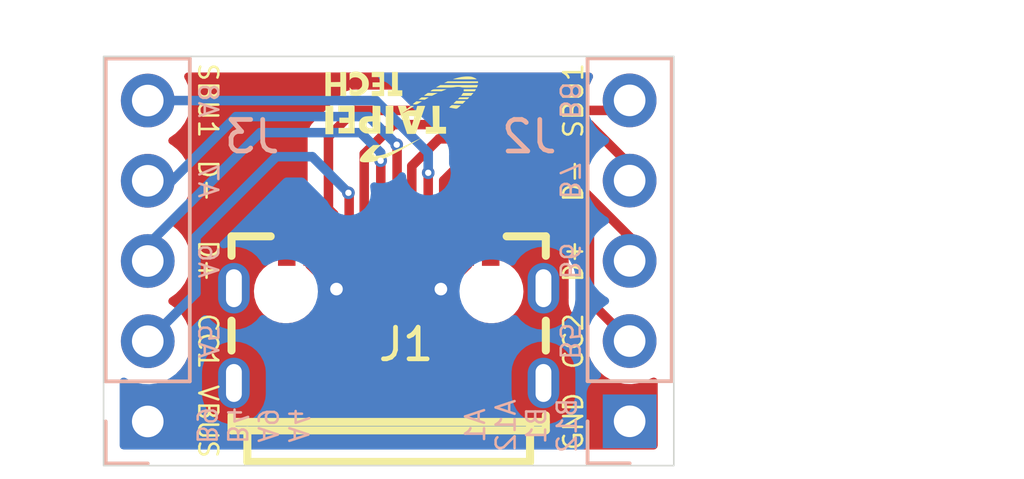
<source format=kicad_pcb>
(kicad_pcb (version 20211014) (generator pcbnew)
  (layers (0 "F.Cu" signal) (31 "B.Cu" signal) (34 "B.Paste" user) (35 "F.Paste" user) (36 "B.SilkS" user "B.Silkscreen") (37 "F.SilkS" user "F.Silkscreen") (38 "B.Mask" user) (39 "F.Mask" user) (44 "Edge.Cuts" user))
  (net 0 "")
  (net 1 "Net-(J1-PadA1)")
  (net 2 "Net-(J1-PadA4)")
  (net 3 "Net-(J1-PadA5)")
  (net 4 "Net-(J1-PadA6)")
  (net 5 "Net-(J1-PadA7)")
  (net 6 "Net-(J1-PadA8)")
  (net 7 "Net-(J1-PadB5)")
  (net 8 "Net-(J1-PadB6)")
  (net 9 "Net-(J1-PadB7)")
  (net 10 "Net-(J1-PadB8)")
  (footprint "type-c:NTUT" (layer "F.Cu") (at 142.621 104.648 180)
    (fp_text reference "G***" hide)
    (fp_text value "LOGO" hide)
    (fp_poly (pts (xy -1.426282 0.918121) (xy -1.366667 0.918549) (xy -1.1125 0.920833) (xy -1.182341 0.960416) (xy -1.252181 1) (xy -2.441389 1) (xy -2.425844 0.960416) (xy -2.410299 0.920833) (xy -2.179568 0.918617) (xy -2.107781 0.918085) (xy -2.050617 0.918076) (xy -2.006039 0.918668) (xy -1.972008 0.919941) (xy -1.946486 0.921973) (xy -1.927437 0.924845) (xy -1.912822 0.928635) (xy -1.911627 0.929033) (xy -1.862517 0.939091) (xy -1.800208 0.940656) (xy -1.725844 0.933729) (xy -1.695219 0.928966) (xy -1.668019 0.925042) (xy -1.636689 0.922058) (xy -1.59904 0.919943) (xy -1.552882 0.918628) (xy -1.496026 0.918044)) (layer "F.SilkS") (width 0) (fill solid))
    (fp_poly (pts (xy -0.666667 -0.6625) (xy -0.670834 -0.658334) (xy -0.675 -0.6625) (xy -0.670834 -0.666667)) (layer "F.SilkS") (width 0) (fill solid))
    (fp_poly (pts (xy 1.817434 0.65181) (xy 1.909869 0.654166) (xy 1.908756 0.797916) (xy 1.907644 0.941666) (xy 2.208333 0.941666) (xy 2.208333 0.65) (xy 2.383333 0.65) (xy 2.383333 1.029166) (xy 2.383301 1.118657) (xy 2.383168 1.1929) (xy 2.38288 1.253313) (xy 2.382382 1.301316) (xy 2.381621 1.338328) (xy 2.380541 1.365766) (xy 2.379088 1.38505) (xy 2.377207 1.397599) (xy 2.374845 1.404831) (xy 2.371946 1.408164) (xy 2.36875 1.409008) (xy 2.353971 1.409458) (xy 2.327477 1.410062) (xy 2.294218 1.41071) (xy 2.283333 1.410902) (xy 2.2125 1.412121) (xy 2.207972 1.091283) (xy 1.9125 1.095833) (xy 1.9125 1.404166) (xy 1.891666 1.40943) (xy 1.872547 1.412317) (xy 1.844454 1.414329) (xy 1.812004 1.415418) (xy 1.77981 1.415535) (xy 1.752486 1.414632) (xy 1.734646 1.412661) (xy 1.730555 1.411111) (xy 1.729413 1.401886) (xy 1.72835 1.377683) (xy 1.727391 1.340192) (xy 1.72656 1.291101) (xy 1.725881 1.2321) (xy 1.725379 1.164877) (xy 1.725079 1.091122) (xy 1.725 1.027504) (xy 1.725 0.649454)) (layer "F.SilkS") (width 0) (fill solid))
    (fp_poly (pts (xy -1.814584 0.409295) (xy -1.76702 0.410002) (xy -1.725808 0.410836) (xy -1.693595 0.411726) (xy -1.673029 0.412599) (xy -1.666667 0.413308) (xy -1.672206 0.419692) (xy -1.686819 0.43452) (xy -1.707503 0.454755) (xy -1.710417 0.457562) (xy -1.754167 0.49964) (xy -1.903882 0.49982) (xy -2.053598 0.5) (xy -2.008049 0.453728) (xy -1.9625 0.407457)) (layer "F.SilkS") (width 0) (fill solid))
    (fp_poly (pts (xy 0.408333 0.833333) (xy 0.275 0.833333) (xy 0.275 1.416666) (xy 0.091666 1.416666) (xy 0.091666 0.833333) (xy -0.05 0.833333) (xy -0.05 0.65) (xy 0.408333 0.65)) (layer "F.SilkS") (width 0) (fill solid))
    (fp_poly (pts (xy -1.734332 0.25003) (xy -1.701878 0.254836) (xy -1.657422 0.263244) (xy -1.65 0.26466) (xy -1.608837 0.272634) (xy -1.57392 0.279672) (xy -1.54833 0.285132) (xy -1.535148 0.288372) (xy -1.534084 0.288806) (xy -1.537969 0.29531) (xy -1.551438 0.30972) (xy -1.571574 0.328917) (xy -1.571584 0.328926) (xy -1.584769 0.341259) (xy -1.595437 0.350629) (xy -1.605966 0.357342) (xy -1.618737 0.361702) (xy -1.636128 0.364017) (xy -1.660519 0.364591) (xy -1.694287 0.363731) (xy -1.739813 0.361742) (xy -1.799475 0.35893) (xy -1.803585 0.35874) (xy -1.903004 0.354166) (xy -1.853585 0.311714) (xy -1.822419 0.284933) (xy -1.798826 0.266279) (xy -1.778891 0.254847) (xy -1.758697 0.249732)) (layer "F.SilkS") (width 0) (fill solid))
    (fp_poly (pts (xy 1.966666 -0.358334) (xy 1.65 -0.358334) (xy 1.65 -0.2) (xy 1.941666 -0.2) (xy 1.941666 -0.033334) (xy 1.65 -0.033334) (xy 1.65 0.15) (xy 1.975 0.15) (xy 1.975 0.341666) (xy 1.458333 0.341666) (xy 1.458333 -0.533334) (xy 1.966666 -0.533334)) (layer "F.SilkS") (width 0) (fill solid))
    (fp_poly (pts (xy -0.816388 0.658772) (xy -0.779813 0.659985) (xy -0.75293 0.661813) (xy -0.738458 0.664096) (xy -0.736795 0.665525) (xy -0.745372 0.673267) (xy -0.764261 0.687516) (xy -0.789866 0.705592) (xy -0.798315 0.711358) (xy -0.855389 0.75) (xy -1.013112 0.749414) (xy -1.170834 0.748828) (xy -1.079175 0.703581) (xy -0.987516 0.658333) (xy -0.859933 0.658333)) (layer "F.SilkS") (width 0) (fill solid))
    (fp_poly (pts (xy 1.466264 0.654748) (xy 1.499543 0.656372) (xy 1.52517 0.659895) (xy 1.547643 0.66591) (xy 1.56875 0.673884) (xy 1.616666 0.693602) (xy 1.616666 0.927346) (xy 1.583948 0.890176) (xy 1.554699 0.862745) (xy 1.522058 0.845193) (xy 1.481818 0.835944) (xy 1.432366 0.833414) (xy 1.38453 0.837436) (xy 1.342747 0.850565) (xy 1.3375 0.85294) (xy 1.303387 0.873561) (xy 1.271005 0.901219) (xy 1.244645 0.931576) (xy 1.228598 0.960293) (xy 1.227294 0.964373) (xy 1.22221 0.995103) (xy 1.2208 1.033069) (xy 1.222772 1.072308) (xy 1.22783 1.106857) (xy 1.235471 1.130365) (xy 1.26961 1.177109) (xy 1.314763 1.212589) (xy 1.36846 1.235341) (xy 1.42661 1.243865) (xy 1.487439 1.239628) (xy 1.538026 1.22432) (xy 1.5771 1.198424) (xy 1.592236 1.181223) (xy 1.616666 1.147499) (xy 1.616666 1.365531) (xy 1.592217 1.382941) (xy 1.546413 1.406878) (xy 1.490122 1.422483) (xy 1.42771 1.428981) (xy 1.363544 1.425598) (xy 1.357075 1.424668) (xy 1.279202 1.404816) (xy 1.206458 1.37079) (xy 1.141256 1.324374) (xy 1.086006 1.267357) (xy 1.043122 1.201522) (xy 1.035993 1.186917) (xy 1.017942 1.132043) (xy 1.008946 1.068885) (xy 1.009248 1.003309) (xy 1.019091 0.941176) (xy 1.02499 0.920861) (xy 1.055684 0.854191) (xy 1.100621 0.79312) (xy 1.157768 0.739681) (xy 1.225086 0.695907) (xy 1.272165 0.674062) (xy 1.296608 0.66535) (xy 1.320654 0.659634) (xy 1.348874 0.656309) (xy 1.385845 0.654772) (xy 1.420833 0.654432)) (layer "F.SilkS") (width 0) (fill solid))
    (fp_poly (pts (xy -1.940047 0.704166) (xy -1.97023 0.75) (xy -2.302906 0.75) (xy -2.286016 0.73125) (xy -2.269293 0.712426) (xy -2.249531 0.689849) (xy -2.245686 0.685416) (xy -2.222246 0.658333) (xy -1.909863 0.658333)) (layer "F.SilkS") (width 0) (fill solid))
    (fp_poly (pts (xy -1.108334 0.800235) (xy -1.04945 0.800313) (xy -1.0054 0.800572) (xy -0.974352 0.801198) (xy -0.954472 0.802379) (xy -0.943928 0.804301) (xy -0.940888 0.807152) (xy -0.943519 0.811119) (xy -0.949988 0.816389) (xy -0.95 0.816399) (xy -0.969757 0.831278) (xy -0.987328 0.842885) (xy -1.005083 0.851622) (xy -1.025396 0.857889) (xy -1.050636 0.862088) (xy -1.083174 0.86462) (xy -1.125383 0.865886) (xy -1.179632 0.866287) (xy -1.244538 0.866232) (xy -1.454167 0.865798) (xy -1.370834 0.832949) (xy -1.2875 0.8001)) (layer "F.SilkS") (width 0) (fill solid))
    (fp_poly (pts (xy -0.660991 0.535152) (xy -0.563824 0.5375) (xy -0.609765 0.572916) (xy -0.655707 0.608333) (xy -0.76952 0.608333) (xy -0.810899 0.608098) (xy -0.845556 0.607454) (xy -0.870471 0.606491) (xy -0.882626 0.6053) (xy -0.883334 0.604919) (xy -0.876552 0.599657) (xy -0.858453 0.588544) (xy -0.832402 0.573613) (xy -0.820746 0.567156) (xy -0.758158 0.532805)) (layer "F.SilkS") (width 0) (fill solid))
    (fp_poly (pts (xy 0.916666 0.808333) (xy 0.666666 0.808333) (xy 0.666666 0.933333) (xy 0.891666 0.933333) (xy 0.891666 1.083333) (xy 0.666666 1.083333) (xy 0.666666 1.25) (xy 0.916666 1.25) (xy 0.916666 1.416666) (xy 0.525 1.416666) (xy 0.525 0.65) (xy 0.916666 0.65)) (layer "F.SilkS") (width 0) (fill solid))
    (fp_poly (pts (xy -0.791667 -0.325) (xy -1.019027 -0.325) (xy -1.012914 0.008333) (xy -1.006802 0.341666) (xy -1.225 0.341666) (xy -1.225 -0.325) (xy -1.433334 -0.325) (xy -1.433334 -0.541667) (xy -0.791667 -0.541667)) (layer "F.SilkS") (width 0) (fill solid))
    (fp_poly (pts (xy -1.944233 1.179291) (xy -1.87279 1.179649) (xy -1.80868 1.180215) (xy -1.753496 1.180962) (xy -1.708831 1.181866) (xy -1.676281 1.1829) (xy -1.657439 1.184039) (xy -1.653405 1.185078) (xy -1.67017 1.191864) (xy -1.6995 1.201229) (xy -1.737681 1.21219) (xy -1.780998 1.223761) (xy -1.825736 1.23496) (xy -1.868179 1.2448) (xy -1.904612 1.252299) (xy -1.9125 1.25372) (xy -1.980252 1.263223) (xy -2.050251 1.269111) (xy -2.117936 1.271242) (xy -2.178744 1.269478) (xy -2.228112 1.263677) (xy -2.229316 1.263449) (xy -2.262619 1.254974) (xy -2.298608 1.242461) (xy -2.333775 1.227576) (xy -2.36461 1.211986) (xy -2.387602 1.197357) (xy -2.399242 1.185356) (xy -2.399997 1.182414) (xy -2.391938 1.181748) (xy -2.368869 1.181128) (xy -2.332443 1.180568) (xy -2.284316 1.180083) (xy -2.226145 1.179686) (xy -2.159582 1.179391) (xy -2.086285 1.179214) (xy -2.021412 1.179166)) (layer "F.SilkS") (width 0) (fill solid))
    (fp_poly (pts (xy -0.054861 -0.110416) (xy -0.027582 -0.028464) (xy -0.001952 0.048752) (xy 0.021553 0.119783) (xy 0.042458 0.183184) (xy 0.060286 0.237507) (xy 0.074564 0.281306) (xy 0.084816 0.313135) (xy 0.090567 0.331546) (xy 0.091666 0.335634) (xy 0.083814 0.337729) (xy 0.062164 0.339238) (xy 0.029582 0.340065) (xy -0.011072 0.340116) (xy -0.034732 0.3398) (xy -0.161131 0.3375) (xy -0.177209 0.289235) (xy -0.186571 0.262992) (xy -0.193566 0.250077) (xy -0.200354 0.247778) (xy -0.207053 0.251735) (xy -0.220179 0.262228) (xy -0.241665 0.279632) (xy -0.266989 0.300283) (xy -0.268366 0.301409) (xy -0.293656 0.321475) (xy -0.312256 0.33302) (xy -0.330195 0.338297) (xy -0.3535 0.33956) (xy -0.369949 0.339375) (xy -0.396816 0.338079) (xy -0.414931 0.335597) (xy -0.420341 0.332535) (xy -0.412091 0.326171) (xy -0.392472 0.313381) (xy -0.364532 0.296098) (xy -0.335432 0.278678) (xy -0.301343 0.258241) (xy -0.271569 0.239804) (xy -0.249686 0.225618) (xy -0.240109 0.218709) (xy -0.224354 0.211569) (xy -0.215109 0.213019) (xy -0.208723 0.215171) (xy -0.210305 0.212559) (xy -0.206141 0.205873) (xy -0.190127 0.193) (xy -0.16494 0.175915) (xy -0.139472 0.160242) (xy -0.098203 0.135422) (xy -0.071119 0.118276) (xy -0.058241 0.108956) (xy -0.05959 0.107611) (xy -0.075189 0.114394) (xy -0.105059 0.129454) (xy -0.1375 0.146627) (xy -0.229167 0.195833) (xy -0.357683 0.2) (xy -0.486199 0.204166) (xy -0.503516 0.270833) (xy -0.520834 0.3375) (xy -0.648894 0.339805) (xy -0.697649 0.340545) (xy -0.732043 0.340579) (xy -0.754376 0.339686) (xy -0.766946 0.33765) (xy -0.772052 0.33425) (xy -0.771993 0.329268) (xy -0.771591 0.328133) (xy -0.767959 0.317765) (xy -0.759499 0.293121) (xy -0.746725 0.25571) (xy -0.73015 0.207043) (xy -0.710289 0.148632) (xy -0.692357 0.095833) (xy -0.041667 0.095833) (xy -0.0375 0.1) (xy -0.033334 0.095833) (xy -0.0375 0.091666) (xy -0.041667 0.095833) (xy -0.692357 0.095833) (xy -0.687654 0.081985) (xy -0.66276 0.008615) (xy -0.662584 0.008097) (xy -0.433334 0.008097) (xy -0.4257 0.011149) (xy -0.405583 0.013685) (xy -0.377165 0.015595) (xy -0.344623 0.01677) (xy -0.312139 0.017101) (xy -0.283891 0.01648) (xy -0.26406 0.014797) (xy -0.257134 0.012689) (xy -0.258143 0.003987) (xy -0.263043 -0.01766) (xy -0.270991 -0.049219) (xy -0.281145 -0.087654) (xy -0.292663 -0.129931) (xy -0.304701 -0.173014) (xy -0.316419 -0.21387) (xy -0.326972 -0.249463) (xy -0.335519 -0.27676) (xy -0.341217 -0.292724) (xy -0.342678 -0.295456) (xy -0.345985 -0.289129) (xy -0.352906 -0.269698) (xy -0.362561 -0.24011) (xy -0.374071 -0.20331) (xy -0.386556 -0.162245) (xy -0.399136 -0.119861) (xy -0.410932 -0.079102) (xy -0.421062 -0.042917) (xy -0.428649 -0.01425) (xy -0.432811 0.003953) (xy -0.433334 0.008097) (xy -0.662584 0.008097) (xy -0.636121 -0.069969) (xy -0.623404 -0.107506) (xy -0.596103 -0.187868) (xy -0.570219 -0.263597) (xy -0.546274 -0.333199) (xy -0.524789 -0.395177) (xy -0.506287 -0.448036) (xy -0.49129 -0.490281) (xy -0.480319 -0.520416) (xy -0.473897 -0.536947) (xy -0.472604 -0.539584) (xy -0.463778 -0.543914) (xy -0.443897 -0.546994) (xy -0.411382 -0.548942) (xy -0.364653 -0.549876) (xy -0.333008 -0.55) (xy -0.201389 -0.550001)) (layer "F.SilkS") (width 0) (fill solid))
    (fp_poly (pts (xy 0.475 0.341666) (xy 0.233333 0.341666) (xy 0.233333 -0.541667) (xy 0.475 -0.541667)) (layer "F.SilkS") (width 0) (fill solid))
    (fp_poly (pts (xy -0.439171 0.385137) (xy -0.40992 0.386968) (xy -0.389101 0.389821) (xy -0.380441 0.393144) (xy -0.380515 0.393847) (xy -0.388644 0.401605) (xy -0.406703 0.416485) (xy -0.43124 0.435671) (xy -0.43912 0.441672) (xy -0.493707 0.482996) (xy -0.582271 0.482597) (xy -0.670834 0.482198) (xy -0.6375 0.461596) (xy -0.591077 0.433199) (xy -0.555575 0.412626) (xy -0.5279 0.398682) (xy -0.504956 0.390176) (xy -0.483649 0.385913) (xy -0.460884 0.3847)) (layer "F.SilkS") (width 0) (fill solid))
    (fp_poly (pts (xy -1.929816 1.060257) (xy -1.903688 1.060354) (xy -1.370834 1.0625) (xy -1.482968 1.116666) (xy -2.43986 1.116666) (xy -2.445392 1.094627) (xy -2.447113 1.075885) (xy -2.443733 1.065399) (xy -2.434358 1.064181) (xy -2.409737 1.063093) (xy -2.37129 1.06215) (xy -2.320438 1.061364) (xy -2.258602 1.060749) (xy -2.187201 1.060317) (xy -2.107656 1.060082) (xy -2.021388 1.060058)) (layer "F.SilkS") (width 0) (fill solid))
    (fp_poly (pts (xy 2.383333 0.341666) (xy 2.133333 0.341666) (xy 2.133333 -0.558334) (xy 2.383333 -0.558334)) (layer "F.SilkS") (width 0) (fill solid))
    (fp_poly (pts (xy -1.860932 0.60764) (xy -2.013809 0.61007) (xy -2.062203 0.610585) (xy -2.10429 0.610549) (xy -2.137467 0.610003) (xy -2.159128 0.60899) (xy -2.166677 0.607588) (xy -2.161044 0.599567) (xy -2.146769 0.584817) (xy -2.137723 0.576338) (xy -2.108778 0.55) (xy -1.805064 0.55)) (layer "F.SilkS") (width 0) (fill solid))
    (fp_poly (pts (xy -1.991667 0.866666) (xy -2.38357 0.866666) (xy -2.339452 0.8) (xy -1.991667 0.8)) (layer "F.SilkS") (width 0) (fill solid))
    (fp_poly (pts (xy 1.19385 -1.445207) (xy 1.238742 -1.436634) (xy 1.269721 -1.422306) (xy 1.28749 -1.40183) (xy 1.292756 -1.374811) (xy 1.286222 -1.340855) (xy 1.279691 -1.323376) (xy 1.26004 -1.287245) (xy 1.228556 -1.243155) (xy 1.186901 -1.192921) (xy 1.136738 -1.138362) (xy 1.07973 -1.081296) (xy 1.017541 -1.023541) (xy 0.959315 -0.973145) (xy 0.872798 -0.900794) (xy 0.744939 -0.898314) (xy 0.696468 -0.897501) (xy 0.662548 -0.897382) (xy 0.641074 -0.898156) (xy 0.629938 -0.900019) (xy 0.627033 -0.903168) (xy 0.630253 -0.9078) (xy 0.631457 -0.908932) (xy 0.64362 -0.919805) (xy 0.664924 -0.938651) (xy 0.691966 -0.962466) (xy 0.711668 -0.979766) (xy 0.745234 -1.011077) (xy 0.779171 -1.045854) (xy 0.808017 -1.078389) (xy 0.817726 -1.090573) (xy 0.847401 -1.135246) (xy 0.862531 -1.171877) (xy 0.863093 -1.200606) (xy 0.849062 -1.22157) (xy 0.820414 -1.23491) (xy 0.792039 -1.239748) (xy 0.736755 -1.239675) (xy 0.667947 -1.230186) (xy 0.585794 -1.211349) (xy 0.490478 -1.18323) (xy 0.382181 -1.145897) (xy 0.261084 -1.099415) (xy 0.127368 -1.043852) (xy -0.018786 -0.979274) (xy -0.177197 -0.905748) (xy -0.347682 -0.823342) (xy -0.375 -0.809865) (xy -0.447133 -0.77419) (xy -0.505701 -0.745236) (xy -0.552084 -0.722338) (xy -0.587658 -0.70483) (xy -0.613799 -0.692047) (xy -0.631887 -0.683323) (xy -0.643297 -0.677993) (xy -0.649406 -0.675392) (xy -0.651593 -0.674855) (xy -0.651234 -0.675715) (xy -0.65 -0.677002) (xy -0.641549 -0.682669) (xy -0.620569 -0.695702) (xy -0.588891 -0.715008) (xy -0.548346 -0.739495) (xy -0.500767 -0.768072) (xy -0.447985 -0.799646) (xy -0.391831 -0.833124) (xy -0.334138 -0.867414) (xy -0.276736 -0.901425) (xy -0.221458 -0.934064) (xy -0.170135 -0.964238) (xy -0.124598 -0.990856) (xy -0.091667 -1.009951) (xy 0.047261 -1.088846) (xy 0.174329 -1.15823) (xy 0.290968 -1.218646) (xy 0.39861 -1.270638) (xy 0.498688 -1.314748) (xy 0.592634 -1.35152) (xy 0.681878 -1.381498) (xy 0.767854 -1.405223) (xy 0.851994 -1.423241) (xy 0.935728 -1.436093) (xy 1.02049 -1.444323) (xy 1.059507 -1.446671) (xy 1.13434 -1.448422)) (layer "F.SilkS") (width 0) (fill solid))
    (fp_poly (pts (xy 0.875 -0.537213) (xy 0.943082 -0.537074) (xy 0.996754 -0.536741) (xy 1.038274 -0.536052) (xy 1.0699 -0.534843) (xy 1.093887 -0.532952) (xy 1.112494 -0.530216) (xy 1.127978 -0.526473) (xy 1.142596 -0.521561) (xy 1.154105 -0.517107) (xy 1.20222 -0.491507) (xy 1.248607 -0.452713) (xy 1.250687 -0.450646) (xy 1.284437 -0.412198) (xy 1.306914 -0.373742) (xy 1.31965 -0.330924) (xy 1.32418 -0.279384) (xy 1.323631 -0.243319) (xy 1.317133 -0.183354) (xy 1.301919 -0.134359) (xy 1.27613 -0.09211) (xy 1.240476 -0.05468) (xy 1.21029 -0.030924) (xy 1.177854 -0.01321) (xy 1.139973 -0.000609) (xy 1.09345 0.007807) (xy 1.03509 0.012965) (xy 1.002083 0.014551) (xy 0.891666 0.01884) (xy 0.891666 0.341666) (xy 0.770571 0.341666) (xy 0.719175 0.341236) (xy 0.682702 0.33985) (xy 0.659428 0.337365) (xy 0.647628 0.333636) (xy 0.645487 0.33125) (xy 0.644757 0.321117) (xy 0.644152 0.295924) (xy 0.643679 0.257275) (xy 0.643346 0.206775) (xy 0.643159 0.146031) (xy 0.643124 0.076647) (xy 0.643248 0.000228) (xy 0.643538 -0.08162) (xy 0.643666 -0.108334) (xy 0.645025 -0.377394) (xy 0.891666 -0.377394) (xy 0.891666 -0.154075) (xy 0.960416 -0.159197) (xy 0.994333 -0.162337) (xy 1.023075 -0.166106) (xy 1.041566 -0.169808) (xy 1.044058 -0.17067) (xy 1.063037 -0.186988) (xy 1.076501 -0.214307) (xy 1.083632 -0.24764) (xy 1.083616 -0.281997) (xy 1.075637 -0.312391) (xy 1.069072 -0.323661) (xy 1.050214 -0.343746) (xy 1.026249 -0.357463) (xy 0.993253 -0.366417) (xy 0.951327 -0.371849) (xy 0.891666 -0.377394) (xy 0.645025 -0.377394) (xy 0.645833 -0.5375)) (layer "F.SilkS") (width 0) (fill solid))
  )
  (footprint "type-c:USB-C-SMD_TYPE-C-31-E-03" (layer "F.Cu") (at 142.24 110.8515)
    (fp_text reference "J1" (at -0.4064 1.0101) (layer "F.SilkS") (effects (justify left)))
    (fp_text value "USB_C_Receptacle_USB2.0")
    (fp_line (start 4.97 3.73) (end 4.97 3.257) (layer "F.SilkS") (width 0.254))
    (fp_line (start -4.47 4.73) (end -4.47 3.73) (layer "F.SilkS") (width 0.254))
    (fp_line (start 4.47 4.73) (end 4.47 3.744) (layer "F.SilkS") (width 0.254))
    (fp_line (start 4.97 -1.797) (end 4.97 -2.413) (layer "F.SilkS") (width 0.254))
    (fp_line (start 4.97 3.464) (end -4.97 3.464) (layer "F.SilkS") (width 0.254))
    (fp_line (start -4.97 -1.797) (end -4.97 -2.413) (layer "F.SilkS") (width 0.254))
    (fp_line (start -4.97 3.73) (end -4.97 3.257) (layer "F.SilkS") (width 0.254))
    (fp_line (start -4.97 1.203) (end -4.97 0.257) (layer "F.SilkS") (width 0.254))
    (fp_line (start -3.731 -2.413) (end -4.97 -2.413) (layer "F.SilkS") (width 0.254))
    (fp_line (start -4.97 3.73) (end 4.97 3.73) (layer "F.SilkS") (width 0.254))
    (fp_line (start 4.97 -2.413) (end 3.731 -2.413) (layer "F.SilkS") (width 0.254))
    (fp_line (start 4.97 1.203) (end 4.97 0.257) (layer "F.SilkS") (width 0.254))
    (fp_line (start 4.47 4.73) (end 4.47 3.53) (layer "F.SilkS") (width 0.254))
    (fp_line (start 4.47 4.73) (end -4.47 4.73) (layer "F.SilkS") (width 0.254))
    (pad "" np_thru_hole circle (at 3.25 -0.67) (size 1 1) (drill 1) (layers *.Cu *.Mask))
    (pad "" np_thru_hole circle (at -3.25 -0.67) (size 1 1) (drill 1) (layers *.Cu *.Mask))
    (pad "A1" smd rect (at -3.225 -2.23) (size 0.55 1.5) (layers "F.Cu" "F.Paste" "F.Mask") (net 1 "Net-(J1-PadA1)"))
    (pad "A4" smd rect (at -2.42 -2.23) (size 0.55 1.5) (layers "F.Cu" "F.Paste" "F.Mask") (net 2 "Net-(J1-PadA4)"))
    (pad "A5" smd rect (at -1.25 -2.23) (size 0.3 1.5) (layers "F.Cu" "F.Paste" "F.Mask") (net 3 "Net-(J1-PadA5)"))
    (pad "A6" smd rect (at -0.25 -2.23) (size 0.3 1.5) (layers "F.Cu" "F.Paste" "F.Mask") (net 4 "Net-(J1-PadA6)"))
    (pad "A7" smd rect (at 0.25 -2.23) (size 0.3 1.5) (layers "F.Cu" "F.Paste" "F.Mask") (net 5 "Net-(J1-PadA7)"))
    (pad "A8" smd rect (at 1.25 -2.23) (size 0.3 1.5) (layers "F.Cu" "F.Paste" "F.Mask") (net 6 "Net-(J1-PadA8)"))
    (pad "A9" smd rect (at 2.42 -2.23) (size 0.55 1.5) (layers "F.Cu" "F.Paste" "F.Mask") (net 2 "Net-(J1-PadA4)"))
    (pad "A12" smd rect (at 3.225 -2.23) (size 0.55 1.5) (layers "F.Cu" "F.Paste" "F.Mask") (net 1 "Net-(J1-PadA1)"))
    (pad "B1" smd rect (at 3.225 -2.23) (size 0.55 1.5) (layers "F.Cu" "F.Paste" "F.Mask") (net 1 "Net-(J1-PadA1)"))
    (pad "B4" smd rect (at 2.42 -2.23) (size 0.55 1.5) (layers "F.Cu" "F.Paste" "F.Mask") (net 2 "Net-(J1-PadA4)"))
    (pad "B5" smd rect (at 1.74 -2.23) (size 0.3 1.5) (layers "F.Cu" "F.Paste" "F.Mask") (net 7 "Net-(J1-PadB5)"))
    (pad "B6" smd rect (at 0.75 -2.23) (size 0.3 1.5) (layers "F.Cu" "F.Paste" "F.Mask") (net 8 "Net-(J1-PadB6)"))
    (pad "B7" smd rect (at -0.75 -2.23) (size 0.3 1.5) (layers "F.Cu" "F.Paste" "F.Mask") (net 9 "Net-(J1-PadB7)"))
    (pad "B8" smd rect (at -1.74 -2.23) (size 0.3 1.5) (layers "F.Cu" "F.Paste" "F.Mask") (net 10 "Net-(J1-PadB8)"))
    (pad "B9" smd rect (at -2.42 -2.23) (size 0.55 1.5) (layers "F.Cu" "F.Paste" "F.Mask") (net 2 "Net-(J1-PadA4)"))
    (pad "B12" smd rect (at -3.225 -2.23) (size 0.55 1.5) (layers "F.Cu" "F.Paste" "F.Mask") (net 1 "Net-(J1-PadA1)"))
    (pad "S1" thru_hole oval (at -4.895 -0.77) (size 1 1.6) (drill oval 0.5 1.2) (layers *.Cu *.Mask) (net 1 "Net-(J1-PadA1)"))
    (pad "S1" thru_hole oval (at 4.895 -0.77) (size 1 1.6) (drill oval 0.5 1.2) (layers *.Cu *.Mask) (net 1 "Net-(J1-PadA1)"))
    (pad "S1" thru_hole oval (at 4.895 2.23) (size 1 1.6) (drill oval 0.5 1.2) (layers *.Cu *.Mask) (net 1 "Net-(J1-PadA1)"))
    (pad "S1" thru_hole oval (at -4.895 2.23) (size 1 1.6) (drill oval 0.5 1.2) (layers *.Cu *.Mask) (net 1 "Net-(J1-PadA1)"))
  )
  (footprint "Connector_PinHeader_2.54mm:PinHeader_1x05_P2.54mm_Vertical" (layer "B.Cu") (at 149.86 114.295)
    (fp_text reference "J2" (at -3.175 -9.012) (layer "B.SilkS") (effects (justify mirror)))
    (fp_text value "Conn_01x05")
    (fp_line (start 1.33 -1.27) (end 1.33 -11.49) (layer "B.SilkS") (width 0.12))
    (fp_line (start -1.33 -1.27) (end -1.33 -11.49) (layer "B.SilkS") (width 0.12))
    (fp_line (start -1.33 -11.49) (end 1.33 -11.49) (layer "B.SilkS") (width 0.12))
    (fp_line (start -1.33 -1.27) (end 1.33 -1.27) (layer "B.SilkS") (width 0.12))
    (fp_line (start -1.33 0) (end -1.33 1.33) (layer "B.SilkS") (width 0.12))
    (fp_line (start -1.33 1.33) (end 0 1.33) (layer "B.SilkS") (width 0.12))
    (pad "1" thru_hole rect (at 0 0) (size 1.7 1.7) (drill 1) (layers *.Cu *.Mask) (net 1 "Net-(J1-PadA1)"))
    (pad "2" thru_hole oval (at 0 -2.54) (size 1.7 1.7) (drill 1) (layers *.Cu *.Mask) (net 7 "Net-(J1-PadB5)"))
    (pad "3" thru_hole oval (at 0 -5.08) (size 1.7 1.7) (drill 1) (layers *.Cu *.Mask) (net 8 "Net-(J1-PadB6)"))
    (pad "4" thru_hole oval (at 0 -7.62) (size 1.7 1.7) (drill 1) (layers *.Cu *.Mask) (net 9 "Net-(J1-PadB7)"))
    (pad "5" thru_hole oval (at 0 -10.16) (size 1.7 1.7) (drill 1) (layers *.Cu *.Mask) (net 10 "Net-(J1-PadB8)"))
  )
  (footprint "Connector_PinHeader_2.54mm:PinHeader_1x05_P2.54mm_Vertical" (layer "B.Cu") (at 134.62 114.3)
    (fp_text reference "J3" (at 3.302 -9.017) (layer "B.SilkS") (effects (justify mirror)))
    (fp_text value "Conn_01x05")
    (fp_line (start 1.33 -1.27) (end 1.33 -11.49) (layer "B.SilkS") (width 0.12))
    (fp_line (start -1.33 -1.27) (end 1.33 -1.27) (layer "B.SilkS") (width 0.12))
    (fp_line (start -1.33 -1.27) (end -1.33 -11.49) (layer "B.SilkS") (width 0.12))
    (fp_line (start -1.33 -11.49) (end 1.33 -11.49) (layer "B.SilkS") (width 0.12))
    (fp_line (start -1.33 1.33) (end 0 1.33) (layer "B.SilkS") (width 0.12))
    (fp_line (start -1.33 0) (end -1.33 1.33) (layer "B.SilkS") (width 0.12))
    (pad "1" thru_hole rect (at 0 0) (size 1.7 1.7) (drill 1) (layers *.Cu *.Mask) (net 2 "Net-(J1-PadA4)"))
    (pad "2" thru_hole oval (at 0 -2.54) (size 1.7 1.7) (drill 1) (layers *.Cu *.Mask) (net 3 "Net-(J1-PadA5)"))
    (pad "3" thru_hole oval (at 0 -5.08) (size 1.7 1.7) (drill 1) (layers *.Cu *.Mask) (net 4 "Net-(J1-PadA6)"))
    (pad "4" thru_hole oval (at 0 -7.62) (size 1.7 1.7) (drill 1) (layers *.Cu *.Mask) (net 5 "Net-(J1-PadA7)"))
    (pad "5" thru_hole oval (at 0 -10.16) (size 1.7 1.7) (drill 1) (layers *.Cu *.Mask) (net 6 "Net-(J1-PadA8)"))
  )
  (gr_rect (start 133.223 102.743) (end 151.257 115.697) (layer "Edge.Cuts") (width 0.05) (fill none))
  (gr_text "B8" (at 147.955 104.14 -90) (layer "B.SilkS") (effects (font (size 0.6 0.6) (thickness 0.08)) (justify mirror)))
  (gr_text "A4\nA9\nB4\nB9\n" (at 137.922 114.427 -90) (layer "B.SilkS") (effects (font (size 0.6 0.6) (thickness 0.08)) (justify mirror)))
  (gr_text "A5\n" (at 136.525 111.76 -90) (layer "B.SilkS") (effects (font (size 0.6 0.6) (thickness 0.08)) (justify mirror)))
  (gr_text "B6" (at 147.955 109.22 -90) (layer "B.SilkS") (effects (font (size 0.6 0.6) (thickness 0.08)) (justify mirror)))
  (gr_text "B7" (at 147.955 106.68 -90) (layer "B.SilkS") (effects (font (size 0.6 0.6) (thickness 0.08)) (justify mirror)))
  (gr_text "A6\n" (at 136.525 109.22 -90) (layer "B.SilkS") (effects (font (size 0.6 0.6) (thickness 0.08)) (justify mirror)))
  (gr_text "A8" (at 136.525 104.14 -90) (layer "B.SilkS") (effects (font (size 0.6 0.6) (thickness 0.08)) (justify mirror)))
  (gr_text "B5" (at 147.955 111.76 -90) (layer "B.SilkS") (effects (font (size 0.6 0.6) (thickness 0.08)) (justify mirror)))
  (gr_text "A1\nA12\nB1\nB12\n" (at 146.431 114.427 90) (layer "B.SilkS") (effects (font (size 0.6 0.6) (thickness 0.08)) (justify mirror)))
  (gr_text "A7\n" (at 136.525 106.68 -90) (layer "B.SilkS") (effects (font (size 0.6 0.6) (thickness 0.08)) (justify mirror)))
  (gr_text "SBU1\n" (at 148.082 104.14 90) (layer "F.SilkS") (effects (font (size 0.6 0.6) (thickness 0.08))))
  (gr_text "SBU1\n" (at 136.525 104.14 270) (layer "F.SilkS") (effects (font (size 0.6 0.6) (thickness 0.08))))
  (gr_text "D-\n" (at 148.082 106.68 90) (layer "F.SilkS") (effects (font (size 0.6 0.6) (thickness 0.08))))
  (gr_text "D+" (at 136.525 109.22 270) (layer "F.SilkS") (effects (font (size 0.6 0.6) (thickness 0.08))))
  (gr_text "D-\n" (at 136.525 106.68 270) (layer "F.SilkS") (effects (font (size 0.6 0.6) (thickness 0.08))))
  (gr_text "CC2" (at 148.082 111.76 90) (layer "F.SilkS") (effects (font (size 0.6 0.6) (thickness 0.08))))
  (gr_text "GND" (at 148.082 114.3 90) (layer "F.SilkS") (effects (font (size 0.6 0.6) (thickness 0.08))))
  (gr_text "CC1" (at 136.525 111.76 270) (layer "F.SilkS") (effects (font (size 0.6 0.6) (thickness 0.08))))
  (gr_text "D+" (at 148.082 109.22 90) (layer "F.SilkS") (effects (font (size 0.6 0.6) (thickness 0.08))))
  (gr_text "VBUS" (at 136.525 114.3 270) (layer "F.SilkS") (effects (font (size 0.6 0.6) (thickness 0.08))))
  (segment (start 144.69 108.604) (end 144.69 109.31) (width 0.4) (layer "F.Cu") (net 2))
  (segment (start 139.79 108.604) (end 139.79 109.31) (width 0.4) (layer "F.Cu") (net 2))
  (segment (start 139.79 109.31) (end 140.589 110.109) (width 0.4) (layer "F.Cu") (net 2))
  (segment (start 144.69 109.31) (end 143.891 110.109) (width 0.4) (layer "F.Cu") (net 2))
  (via (at 143.891 110.109) (size 0.8) (drill 0.4) (layers "F.Cu" "B.Cu") (net 2))
  (via (at 140.589 110.109) (size 0.8) (drill 0.4) (layers "F.Cu" "B.Cu") (net 2))
  (segment (start 140.99 107.0845) (end 140.99 108.6215) (width 0.3) (layer "F.Cu") (net 3))
  (segment (start 140.9665 107.061) (end 140.99 107.0845) (width 0.3) (layer "F.Cu") (net 3))
  (via (at 140.9665 107.061) (size 0.4) (drill 0.2) (layers "F.Cu" "B.Cu") (net 3))
  (segment (start 136.144 110.236) (end 134.62 111.76) (width 0.3) (layer "B.Cu") (net 3))
  (segment (start 139.8235 105.918) (end 138.684 105.918) (width 0.3) (layer "B.Cu") (net 3))
  (segment (start 136.144 108.458) (end 136.144 110.236) (width 0.3) (layer "B.Cu") (net 3))
  (segment (start 138.684 105.918) (end 136.144 108.458) (width 0.3) (layer "B.Cu") (net 3))
  (segment (start 140.9665 107.061) (end 139.8235 105.918) (width 0.3) (layer "B.Cu") (net 3))
  (segment (start 141.986 106.045) (end 141.99 106.049) (width 0.3) (layer "F.Cu") (net 4))
  (segment (start 141.99 106.049) (end 141.99 108.6215) (width 0.3) (layer "F.Cu") (net 4))
  (via (at 141.986 106.045) (size 0.4) (drill 0.2) (layers "F.Cu" "B.Cu") (net 4))
  (segment (start 138.176 105.156) (end 134.62 108.712) (width 0.3) (layer "B.Cu") (net 4))
  (segment (start 141.986 106.045) (end 141.986 105.791) (width 0.3) (layer "B.Cu") (net 4))
  (segment (start 141.986 105.791) (end 141.351 105.156) (width 0.3) (layer "B.Cu") (net 4))
  (segment (start 134.62 108.712) (end 134.62 109.22) (width 0.3) (layer "B.Cu") (net 4))
  (segment (start 141.351 105.156) (end 138.176 105.156) (width 0.3) (layer "B.Cu") (net 4))
  (segment (start 142.494 105.537) (end 142.506 105.549) (width 0.3) (layer "F.Cu") (net 5))
  (segment (start 142.506 108.6055) (end 142.49 108.6215) (width 0.3) (layer "F.Cu") (net 5))
  (segment (start 142.506 105.549) (end 142.506 108.6055) (width 0.3) (layer "F.Cu") (net 5))
  (via (at 142.494 105.537) (size 0.4) (drill 0.2) (layers "F.Cu" "B.Cu") (net 5))
  (segment (start 135.382 106.68) (end 134.62 106.68) (width 0.3) (layer "B.Cu") (net 5))
  (segment (start 137.414 104.648) (end 135.382 106.68) (width 0.3) (layer "B.Cu") (net 5))
  (segment (start 142.494 105.537) (end 141.605 104.648) (width 0.3) (layer "B.Cu") (net 5))
  (segment (start 141.605 104.648) (end 137.414 104.648) (width 0.3) (layer "B.Cu") (net 5))
  (segment (start 143.4905 106.427674) (end 143.49 106.428174) (width 0.3) (layer "F.Cu") (net 6))
  (segment (start 143.49 106.428174) (end 143.49 108.6215) (width 0.3) (layer "F.Cu") (net 6))
  (via (at 143.4905 106.427674) (size 0.4) (drill 0.2) (layers "F.Cu" "B.Cu") (net 6))
  (segment (start 143.4905 106.427674) (end 143.4905 105.796804) (width 0.3) (layer "B.Cu") (net 6))
  (segment (start 143.4905 105.796804) (end 141.833696 104.14) (width 0.3) (layer "B.Cu") (net 6))
  (segment (start 141.833696 104.14) (end 134.62 104.14) (width 0.3) (layer "B.Cu") (net 6))
  (segment (start 149.86 111.755) (end 148.59 110.485) (width 0.3) (layer "F.Cu") (net 7))
  (segment (start 148.59 107.95) (end 146.558 105.918) (width 0.3) (layer "F.Cu") (net 7))
  (segment (start 148.59 110.485) (end 148.59 107.95) (width 0.3) (layer "F.Cu") (net 7))
  (segment (start 143.98 106.673566) (end 143.98 108.6215) (width 0.3) (layer "F.Cu") (net 7))
  (segment (start 146.558 105.918) (end 144.735566 105.918) (width 0.3) (layer "F.Cu") (net 7))
  (segment (start 144.735566 105.918) (end 143.98 106.673566) (width 0.3) (layer "F.Cu") (net 7))
  (segment (start 142.9705 108.602) (end 142.99 108.6215) (width 0.3) (layer "F.Cu") (net 8))
  (segment (start 143.830782 105.352) (end 142.9705 106.212282) (width 0.3) (layer "F.Cu") (net 8))
  (segment (start 149.86 109.215) (end 149.86 108.458) (width 0.3) (layer "F.Cu") (net 8))
  (segment (start 149.86 108.458) (end 146.754 105.352) (width 0.3) (layer "F.Cu") (net 8))
  (segment (start 142.9705 106.212282) (end 142.9705 108.602) (width 0.3) (layer "F.Cu") (net 8))
  (segment (start 146.754 105.352) (end 143.830782 105.352) (width 0.3) (layer "F.Cu") (net 8))
  (segment (start 141.466 108.5975) (end 141.49 108.6215) (width 0.3) (layer "F.Cu") (net 9))
  (segment (start 142.393608 104.902) (end 141.466 105.829608) (width 0.3) (layer "F.Cu") (net 9))
  (segment (start 149.86 106.172) (end 148.59 104.902) (width 0.3) (layer "F.Cu") (net 9))
  (segment (start 149.86 106.675) (end 149.86 106.172) (width 0.3) (layer "F.Cu") (net 9))
  (segment (start 148.59 104.902) (end 142.393608 104.902) (width 0.3) (layer "F.Cu") (net 9))
  (segment (start 141.466 105.829608) (end 141.466 108.5975) (width 0.3) (layer "F.Cu") (net 9))
  (segment (start 140.335 105.283) (end 140.335 107.5715) (width 0.3) (layer "F.Cu") (net 10))
  (segment (start 149.543 104.452) (end 141.166 104.452) (width 0.3) (layer "F.Cu") (net 10))
  (segment (start 140.5 107.7365) (end 140.5 108.6215) (width 0.3) (layer "F.Cu") (net 10))
  (segment (start 140.335 107.5715) (end 140.5 107.7365) (width 0.3) (layer "F.Cu") (net 10))
  (segment (start 141.166 104.452) (end 140.335 105.283) (width 0.3) (layer "F.Cu") (net 10))
  (segment (start 149.86 104.135) (end 149.543 104.452) (width 0.3) (layer "F.Cu") (net 10))
  (zone (net 1) (net_name "Net-(J1-PadA1)") (layer "F.Cu") (connect_pads yes (clearance 0.508)) (min_thickness 0.254) (fill yes (thermal_gap 0.508) (thermal_bridge_width 0.508))
    (polygon (pts (xy 151.638 116.078) (xy 132.842 116.078) (xy 132.842 102.362) (xy 151.638 102.362)))
  )
  (zone (net 2) (net_name "Net-(J1-PadA4)") (layer "B.Cu") (priority 1) (connect_pads yes (clearance 0.508)) (min_thickness 0.254) (fill yes (thermal_gap 0.508) (thermal_bridge_width 0.508))
    (polygon (pts (xy 151.638 116.078) (xy 132.842 116.078) (xy 132.842 102.362) (xy 151.638 102.362)))
  )
)
</source>
